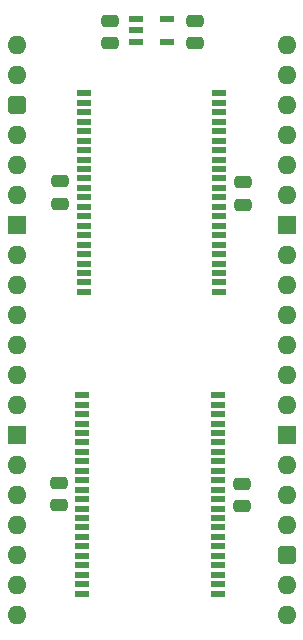
<source format=gts>
%TF.GenerationSoftware,KiCad,Pcbnew,9.0.2*%
%TF.CreationDate,2025-06-15T19:51:53+02:00*%
%TF.ProjectId,HCP65 Coprocessor Memory,48435036-3520-4436-9f70-726f63657373,V0*%
%TF.SameCoordinates,Original*%
%TF.FileFunction,Soldermask,Top*%
%TF.FilePolarity,Negative*%
%FSLAX46Y46*%
G04 Gerber Fmt 4.6, Leading zero omitted, Abs format (unit mm)*
G04 Created by KiCad (PCBNEW 9.0.2) date 2025-06-15 19:51:53*
%MOMM*%
%LPD*%
G01*
G04 APERTURE LIST*
G04 Aperture macros list*
%AMRoundRect*
0 Rectangle with rounded corners*
0 $1 Rounding radius*
0 $2 $3 $4 $5 $6 $7 $8 $9 X,Y pos of 4 corners*
0 Add a 4 corners polygon primitive as box body*
4,1,4,$2,$3,$4,$5,$6,$7,$8,$9,$2,$3,0*
0 Add four circle primitives for the rounded corners*
1,1,$1+$1,$2,$3*
1,1,$1+$1,$4,$5*
1,1,$1+$1,$6,$7*
1,1,$1+$1,$8,$9*
0 Add four rect primitives between the rounded corners*
20,1,$1+$1,$2,$3,$4,$5,0*
20,1,$1+$1,$4,$5,$6,$7,0*
20,1,$1+$1,$6,$7,$8,$9,0*
20,1,$1+$1,$8,$9,$2,$3,0*%
G04 Aperture macros list end*
%ADD10RoundRect,0.250000X-0.475000X0.250000X-0.475000X-0.250000X0.475000X-0.250000X0.475000X0.250000X0*%
%ADD11RoundRect,0.250000X0.475000X-0.250000X0.475000X0.250000X-0.475000X0.250000X-0.475000X-0.250000X0*%
%ADD12O,1.600000X1.600000*%
%ADD13R,1.600000X1.600000*%
%ADD14RoundRect,0.400000X-0.400000X-0.400000X0.400000X-0.400000X0.400000X0.400000X-0.400000X0.400000X0*%
%ADD15R,1.295000X0.600000*%
%ADD16R,1.150000X0.600000*%
G04 APERTURE END LIST*
D10*
%TO.C,C20*%
X3556000Y-37039000D03*
X3556000Y-38939000D03*
%TD*%
D11*
%TO.C,C3*%
X19050000Y-39034000D03*
X19050000Y-37134000D03*
%TD*%
D10*
%TO.C,C2*%
X3683000Y-11512000D03*
X3683000Y-13412000D03*
%TD*%
D11*
%TO.C,C1*%
X19177000Y-13507000D03*
X19177000Y-11607000D03*
%TD*%
D12*
%TO.C,J3*%
X22860000Y0D03*
X22860000Y-2540000D03*
X22860000Y-5080000D03*
X22860000Y-7620000D03*
X22860000Y-10160000D03*
X22860000Y-12700000D03*
D13*
X22860000Y-15240000D03*
D12*
X22860000Y-17780000D03*
X22860000Y-20320000D03*
X22860000Y-22860000D03*
X22860000Y-25400000D03*
X22860000Y-27940000D03*
X22860000Y-30480000D03*
D13*
X22860000Y-33020000D03*
D12*
X22860000Y-35560000D03*
X22860000Y-38100000D03*
X22860000Y-40640000D03*
D14*
X22860000Y-43180000D03*
D12*
X22860000Y-45720000D03*
X22860000Y-48260000D03*
X0Y-48260000D03*
X0Y-45720000D03*
X0Y-43180000D03*
X0Y-40640000D03*
X0Y-38100000D03*
X0Y-35560000D03*
D13*
X0Y-33020000D03*
D12*
X0Y-30480000D03*
X0Y-27940000D03*
X0Y-25400000D03*
X0Y-22860000D03*
X0Y-20320000D03*
X0Y-17780000D03*
D13*
X0Y-15240000D03*
D12*
X0Y-12700000D03*
X0Y-10160000D03*
X0Y-7620000D03*
D14*
X0Y-5080000D03*
D12*
X0Y-2540000D03*
X0Y0D03*
%TD*%
D15*
%TO.C,IC7*%
X5562000Y-29622000D03*
X5562000Y-30422000D03*
X5562000Y-31222000D03*
X5562000Y-32022000D03*
X5562000Y-32822000D03*
X5562000Y-33622000D03*
X5562000Y-34422000D03*
X5562000Y-35222000D03*
X5562000Y-36022000D03*
X5562000Y-36822000D03*
X5562000Y-37622000D03*
X5562000Y-38422000D03*
X5562000Y-39222000D03*
X5562000Y-40022000D03*
X5562000Y-40822000D03*
X5562000Y-41622000D03*
X5562000Y-42422000D03*
X5562000Y-43222000D03*
X5562000Y-44022000D03*
X5562000Y-44822000D03*
X5562000Y-45622000D03*
X5562000Y-46422000D03*
X17018000Y-46422000D03*
X17018000Y-45622000D03*
X17018000Y-44822000D03*
X17018000Y-44022000D03*
X17018000Y-43222000D03*
X17018000Y-42422000D03*
X17018000Y-41622000D03*
X17018000Y-40822000D03*
X17018000Y-40022000D03*
X17018000Y-39222000D03*
X17018000Y-38422000D03*
X17018000Y-37622000D03*
X17018000Y-36822000D03*
X17018000Y-36022000D03*
X17018000Y-35222000D03*
X17018000Y-34422000D03*
X17018000Y-33622000D03*
X17018000Y-32822000D03*
X17018000Y-32022000D03*
X17018000Y-31222000D03*
X17018000Y-30422000D03*
X17018000Y-29622000D03*
%TD*%
%TO.C,IC4*%
X5689000Y-4077000D03*
X5689000Y-4877000D03*
X5689000Y-5677000D03*
X5689000Y-6477000D03*
X5689000Y-7277000D03*
X5689000Y-8077000D03*
X5689000Y-8877000D03*
X5689000Y-9677000D03*
X5689000Y-10477000D03*
X5689000Y-11277000D03*
X5689000Y-12077000D03*
X5689000Y-12877000D03*
X5689000Y-13677000D03*
X5689000Y-14477000D03*
X5689000Y-15277000D03*
X5689000Y-16077000D03*
X5689000Y-16877000D03*
X5689000Y-17677000D03*
X5689000Y-18477000D03*
X5689000Y-19277000D03*
X5689000Y-20077000D03*
X5689000Y-20877000D03*
X17145000Y-20877000D03*
X17145000Y-20077000D03*
X17145000Y-19277000D03*
X17145000Y-18477000D03*
X17145000Y-17677000D03*
X17145000Y-16877000D03*
X17145000Y-16077000D03*
X17145000Y-15277000D03*
X17145000Y-14477000D03*
X17145000Y-13677000D03*
X17145000Y-12877000D03*
X17145000Y-12077000D03*
X17145000Y-11277000D03*
X17145000Y-10477000D03*
X17145000Y-9677000D03*
X17145000Y-8877000D03*
X17145000Y-8077000D03*
X17145000Y-7277000D03*
X17145000Y-6477000D03*
X17145000Y-5677000D03*
X17145000Y-4877000D03*
X17145000Y-4077000D03*
%TD*%
D10*
%TO.C,C41*%
X7874000Y2077000D03*
X7874000Y177000D03*
%TD*%
D16*
%TO.C,IC36*%
X10130000Y2220000D03*
X10130000Y1270000D03*
X10130000Y320000D03*
X12730000Y320000D03*
X12730000Y2220000D03*
%TD*%
D10*
%TO.C,C42*%
X15113000Y2077000D03*
X15113000Y177000D03*
%TD*%
M02*

</source>
